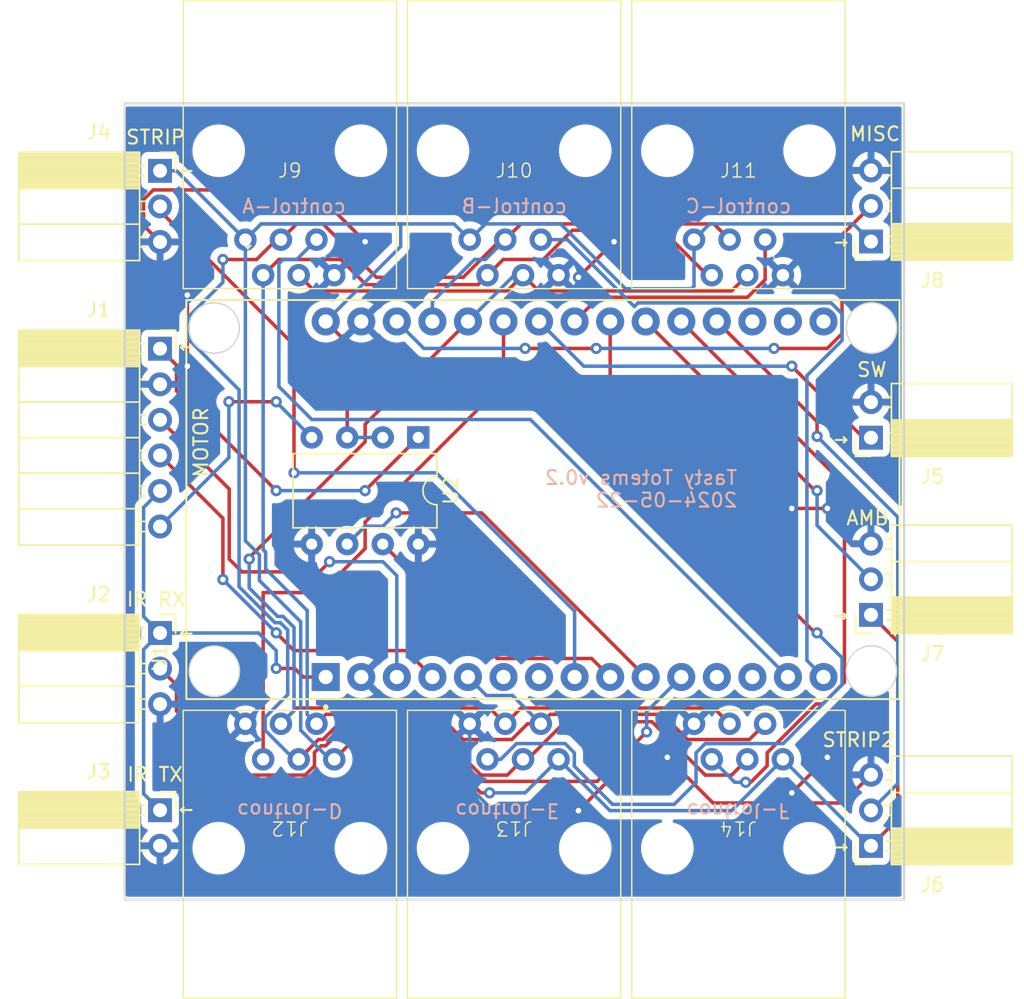
<source format=kicad_pcb>
(kicad_pcb (version 20240108) (generator "pcbnew") (generator_version "8.0")
  (title_block (title "Tasty Totem PCB") (date "2023-07-08") (rev "0.1"))
  (layers (0 "F.Cu" signal) (31 "B.Cu" signal) (34 "B.Paste" user) (35 "F.Paste" user) (36 "B.SilkS" user "B.Silkscreen") (37 "F.SilkS" user "F.Silkscreen") (38 "B.Mask" user) (39 "F.Mask" user) (44 "Edge.Cuts" user))
  (net 0 "")
  (net 1 "/control-di")
  (net 6 "/control-do")
  (net 7 "/enable-A")
  (net 8 "/control-sck")
  (net 9 "/enable-B")
  (net 10 "/enable-C")
  (net 11 "/enable-D")
  (net 15 "+3.3V")
  (net 16 "GND")
  (net 17 "/LED Strobe")
  (net 18 "/MOTOR PWM 2")
  (net 19 "/MOTOR PWM 1")
  (net 20 "/IR Signal")
  (net 21 "/A PHASE OF C2 ENCODER")
  (net 22 "/B PHASE OF C1 ENCODER")
  (net 23 "+5V")
  (net 24 "/MOTOR POWER INPUT M1 ")
  (net 25 "/MOTOR POWER INPUT M2")
  (net 26 "/enable-E")
  (net 27 "/enable-F")
  (net 28 "/ACTIVATION SWITCH")
  (net 29 "/AUX Strip")
  (net 30 "/LIGHT SENSOR")
  (net 31 "/SIGA")
  (footprint "Connector_PinSocket_2.54mm:PinSocket_1x02_P2.54mm_Horizontal" (layer "F.Cu") (at 145.37 106.65)
    (property "Reference" "J3" (at -4.38 -2.77 0) (layer "F.SilkS"))
    (property "Value" "IR Send Header")
    (pad "1" thru_hole rect (at 0 0) (size 1.7 1.7) (drill 1) (layers "*.Cu" "*.Mask") (net 15 "+3.3V"))
    (pad "2" thru_hole oval (at 0 2.54) (size 1.7 1.7) (drill 1) (layers "*.Cu" "*.Mask") (net 16 "GND"))
  )
  (footprint "Garth:RJ11-RA" (layer "F.Cu") (at 186.69 103.015488 180)
    (property "Reference" "J14" (at 0 -4.934512 180) (layer "F.SilkS") (effects (font (thickness 0.1))))
    (property "Value" "control-F" (at 0 -3.664512 180) (layer "B.SilkS") (effects (justify mirror)))
    (pad "" np_thru_hole circle (at -5.08 -6.35 180) (size 3.25 3.25) (drill 3.25) (layers "F&B.Cu" "*.Mask"))
    (pad "" np_thru_hole circle (at 5.08 -6.35 180) (size 3.25 3.25) (drill 3.25) (layers "F&B.Cu" "*.Mask"))
    (pad "1" thru_hole circle (at -3.175 0 180) (size 1.6 1.6) (drill 0.89) (layers "*.Cu" "*.Mask") (net 23 "+5V"))
    (pad "2" thru_hole circle (at -1.905 2.54 180) (size 1.6 1.6) (drill 0.89) (layers "*.Cu" "*.Mask") (net 1 "/control-di"))
    (pad "3" thru_hole circle (at -0.635 0 180) (size 1.6 1.6) (drill 0.89) (layers "*.Cu" "*.Mask") (net 6 "/control-do"))
    (pad "4" thru_hole circle (at 0.635 2.54 180) (size 1.6 1.6) (drill 0.89) (layers "*.Cu" "*.Mask") (net 8 "/control-sck"))
    (pad "5" thru_hole circle (at 1.905 0 180) (size 1.6 1.6) (drill 0.89) (layers "*.Cu" "*.Mask") (net 27 "/enable-F"))
    (pad "6" thru_hole circle (at 3.175 2.54 180) (size 1.6 1.6) (drill 0.89) (layers "*.Cu" "*.Mask") (net 16 "GND"))
  )
  (footprint "Garth:RJ11-RA" (layer "F.Cu") (at 186.69 65.890763)
    (property "Reference" "J11" (at 0 -4.930763 0) (layer "F.SilkS") (effects (font (thickness 0.1))))
    (property "Value" "control-C" (at 0 -2.390763 0) (layer "B.SilkS") (effects (justify mirror)))
    (pad "" np_thru_hole circle (at -5.08 -6.35) (size 3.25 3.25) (drill 3.25) (layers "F&B.Cu" "*.Mask"))
    (pad "" np_thru_hole circle (at 5.08 -6.35) (size 3.25 3.25) (drill 3.25) (layers "F&B.Cu" "*.Mask"))
    (pad "1" thru_hole circle (at -3.175 0) (size 1.6 1.6) (drill 0.89) (layers "*.Cu" "*.Mask") (net 23 "+5V"))
    (pad "2" thru_hole circle (at -1.905 2.54) (size 1.6 1.6) (drill 0.89) (layers "*.Cu" "*.Mask") (net 1 "/control-di"))
    (pad "3" thru_hole circle (at -0.635 0) (size 1.6 1.6) (drill 0.89) (layers "*.Cu" "*.Mask") (net 6 "/control-do"))
    (pad "4" thru_hole circle (at 0.635 2.54) (size 1.6 1.6) (drill 0.89) (layers "*.Cu" "*.Mask") (net 8 "/control-sck"))
    (pad "5" thru_hole circle (at 1.905 0) (size 1.6 1.6) (drill 0.89) (layers "*.Cu" "*.Mask") (net 10 "/enable-C"))
    (pad "6" thru_hole circle (at 3.175 2.54) (size 1.6 1.6) (drill 0.89) (layers "*.Cu" "*.Mask") (net 16 "GND"))
  )
  (footprint "Connector_PinSocket_2.54mm:PinSocket_1x03_P2.54mm_Horizontal" (layer "F.Cu") (at 196.157622 109.2 180)
    (property "Reference" "J6" (at -4.38 -2.77 0) (layer "F.SilkS"))
    (property "Value" "AUX LED Strip")
    (pad "1" thru_hole rect (at 0 0 180) (size 1.7 1.7) (drill 1) (layers "*.Cu" "*.Mask") (net 23 "+5V"))
    (pad "2" thru_hole oval (at 0 2.54 180) (size 1.7 1.7) (drill 1) (layers "*.Cu" "*.Mask") (net 29 "/AUX Strip"))
    (pad "3" thru_hole oval (at 0 5.08 180) (size 1.7 1.7) (drill 1) (layers "*.Cu" "*.Mask") (net 16 "GND"))
  )
  (footprint "Garth:RJ11-RA" (layer "F.Cu") (at 154.64 103.015488 180)
    (property "Reference" "J12" (at 0 -4.934512 180) (layer "F.SilkS") (effects (font (thickness 0.1))))
    (property "Value" "control-D" (at 0 -3.664512 180) (layer "B.SilkS") (effects (justify mirror)))
    (pad "" np_thru_hole circle (at -5.08 -6.35 180) (size 3.25 3.25) (drill 3.25) (layers "F&B.Cu" "*.Mask"))
    (pad "" np_thru_hole circle (at 5.08 -6.35 180) (size 3.25 3.25) (drill 3.25) (layers "F&B.Cu" "*.Mask"))
    (pad "1" thru_hole circle (at -3.175 0 180) (size 1.6 1.6) (drill 0.89) (layers "*.Cu" "*.Mask") (net 23 "+5V"))
    (pad "2" thru_hole circle (at -1.905 2.54 180) (size 1.6 1.6) (drill 0.89) (layers "*.Cu" "*.Mask") (net 1 "/control-di"))
    (pad "3" thru_hole circle (at -0.635 0 180) (size 1.6 1.6) (drill 0.89) (layers "*.Cu" "*.Mask") (net 6 "/control-do"))
    (pad "4" thru_hole circle (at 0.635 2.54 180) (size 1.6 1.6) (drill 0.89) (layers "*.Cu" "*.Mask") (net 8 "/control-sck"))
    (pad "5" thru_hole circle (at 1.905 0 180) (size 1.6 1.6) (drill 0.89) (layers "*.Cu" "*.Mask") (net 11 "/enable-D"))
    (pad "6" thru_hole circle (at 3.175 2.54 180) (size 1.6 1.6) (drill 0.89) (layers "*.Cu" "*.Mask") (net 16 "GND"))
  )
  (footprint "Connector_PinSocket_2.54mm:PinSocket_1x03_P2.54mm_Horizontal" (layer "F.Cu") (at 196.157622 92.695 180)
    (property "Reference" "J7" (at -4.38 -2.77 0) (layer "F.SilkS"))
    (property "Value" "Light Sensor")
    (pad "1" thru_hole rect (at 0 0 180) (size 1.7 1.7) (drill 1) (layers "*.Cu" "*.Mask") (net 23 "+5V"))
    (pad "2" thru_hole oval (at 0 2.54 180) (size 1.7 1.7) (drill 1) (layers "*.Cu" "*.Mask") (net 30 "/LIGHT SENSOR"))
    (pad "3" thru_hole oval (at 0 5.08 180) (size 1.7 1.7) (drill 1) (layers "*.Cu" "*.Mask") (net 16 "GND"))
  )
  (footprint "ESP32-DEVKIT-V1:MODULE_ESP32_DEVKIT_V1" (layer "F.Cu") (at 172.72 84.435 90)
    (property "Reference" "U1" (at -11.355 -27.36 -90) (layer "F.SilkS"))
    (property "Value" "ESP32-DEVKIT-V1")
    (pad "" np_thru_hole circle (at -12.28 -23.475 90) (size 3 3) (drill 3) (layers "*.Cu" "*.Mask"))
    (pad "" np_thru_hole circle (at -12.28 23.475 90) (size 3 3) (drill 3) (layers "*.Cu" "*.Mask"))
    (pad "" np_thru_hole circle (at 12.23 -23.475 90) (size 3 3) (drill 3) (layers "*.Cu" "*.Mask"))
    (pad "" np_thru_hole circle (at 12.23 23.475 90) (size 3 3) (drill 3) (layers "*.Cu" "*.Mask"))
    (pad "1" thru_hole rect (at -12.7 -15.515 90) (size 2 2) (drill 1.02) (layers "*.Cu" "*.Mask") (net 15 "+3.3V"))
    (pad "2" thru_hole circle (at -12.7 -12.975 90) (size 2 2) (drill 1.02) (layers "*.Cu" "*.Mask") (net 16 "GND"))
    (pad "3" thru_hole circle (at -12.7 -10.435 90) (size 2 2) (drill 1.02) (layers "*.Cu" "*.Mask") (net 22 "/B PHASE OF C1 ENCODER"))
    (pad "4" thru_hole circle (at -12.7 -7.895 90) (size 2 2) (drill 1.02) (layers "*.Cu" "*.Mask") (net 21 "/A PHASE OF C2 ENCODER"))
    (pad "5" thru_hole circle (at -12.7 -5.355 90) (size 2 2) (drill 1.02) (layers "*.Cu" "*.Mask") (net 1 "/control-di"))
    (pad "6" thru_hole circle (at -12.7 -2.815 90) (size 2 2) (drill 1.02) (layers "*.Cu" "*.Mask"))
    (pad "7" thru_hole circle (at -12.7 -0.275 90) (size 2 2) (drill 1.02) (layers "*.Cu" "*.Mask"))
    (pad "8" thru_hole circle (at -12.7 2.265 90) (size 2 2) (drill 1.02) (layers "*.Cu" "*.Mask") (net 17 "/LED Strobe"))
    (pad "9" thru_hole circle (at -12.7 4.805 90) (size 2 2) (drill 1.02) (layers "*.Cu" "*.Mask") (net 18 "/MOTOR PWM 2"))
    (pad "10" thru_hole circle (at -12.7 7.345 90) (size 2 2) (drill 1.02) (layers "*.Cu" "*.Mask") (net 19 "/MOTOR PWM 1"))
    (pad "11" thru_hole circle (at -12.7 9.885 90) (size 2 2) (drill 1.02) (layers "*.Cu" "*.Mask") (net 20 "/IR Signal"))
    (pad "12" thru_hole circle (at -12.7 12.425 90) (size 2 2) (drill 1.02) (layers "*.Cu" "*.Mask"))
    (pad "13" thru_hole circle (at -12.7 14.965 90) (size 2 2) (drill 1.02) (layers "*.Cu" "*.Mask"))
    (pad "14" thru_hole circle (at -12.7 17.505 90) (size 2 2) (drill 1.02) (layers "*.Cu" "*.Mask") (net 7 "/enable-A"))
    (pad "15" thru_hole circle (at -12.7 20.045 90) (size 2 2) (drill 1.02) (layers "*.Cu" "*.Mask") (net 9 "/enable-B"))
    (pad "16" thru_hole circle (at 12.7 20.045 90) (size 2 2) (drill 1.02) (layers "*.Cu" "*.Mask"))
    (pad "17" thru_hole circle (at 12.7 17.505 90) (size 2 2) (drill 1.02) (layers "*.Cu" "*.Mask"))
    (pad "18" thru_hole circle (at 12.7 14.965 90) (size 2 2) (drill 1.02) (layers "*.Cu" "*.Mask"))
    (pad "19" thru_hole circle (at 12.7 12.425 90) (size 2 2) (drill 1.02) (layers "*.Cu" "*.Mask") (net 29 "/AUX Strip"))
    (pad "20" thru_hole circle (at 12.7 9.885 90) (size 2 2) (drill 1.02) (layers "*.Cu" "*.Mask") (net 27 "/enable-F"))
    (pad "21" thru_hole circle (at 12.7 7.345 90) (size 2 2) (drill 1.02) (layers "*.Cu" "*.Mask") (net 30 "/LIGHT SENSOR"))
    (pad "22" thru_hole circle (at 12.7 4.805 90) (size 2 2) (drill 1.02) (layers "*.Cu" "*.Mask") (net 26 "/enable-E"))
    (pad "23" thru_hole circle (at 12.7 2.265 90) (size 2 2) (drill 1.02) (layers "*.Cu" "*.Mask") (net 10 "/enable-C"))
    (pad "24" thru_hole circle (at 12.7 -0.275 90) (size 2 2) (drill 1.02) (layers "*.Cu" "*.Mask") (net 28 "/ACTIVATION SWITCH"))
    (pad "25" thru_hole circle (at 12.7 -2.815 90) (size 2 2) (drill 1.02) (layers "*.Cu" "*.Mask") (net 11 "/enable-D"))
    (pad "26" thru_hole circle (at 12.7 -5.355 90) (size 2 2) (drill 1.02) (layers "*.Cu" "*.Mask") (net 8 "/control-sck"))
    (pad "27" thru_hole circle (at 12.7 -7.895 90) (size 2 2) (drill 1.02) (layers "*.Cu" "*.Mask") (net 6 "/control-do"))
    (pad "28" thru_hole circle (at 12.7 -10.435 90) (size 2 2) (drill 1.02) (layers "*.Cu" "*.Mask") (net 31 "/SIGA"))
    (pad "29" thru_hole circle (at 12.7 -12.975 90) (size 2 2) (drill 1.02) (layers "*.Cu" "*.Mask") (net 16 "GND"))
    (pad "30" thru_hole circle (at 12.7 -15.515 90) (size 2 2) (drill 1.02) (layers "*.Cu" "*.Mask") (net 23 "+5V"))
  )
  (footprint "Connector_PinSocket_2.54mm:PinSocket_1x03_P2.54mm_Horizontal" (layer "F.Cu") (at 145.37 93.991666)
    (property "Reference" "J2" (at -4.38 -2.77 0) (layer "F.SilkS"))
    (property "Value" "IR Receive Header")
    (pad "1" thru_hole rect (at 0 0) (size 1.7 1.7) (drill 1) (layers "*.Cu" "*.Mask") (net 15 "+3.3V"))
    (pad "2" thru_hole oval (at 0 2.54) (size 1.7 1.7) (drill 1) (layers "*.Cu" "*.Mask") (net 20 "/IR Signal"))
    (pad "3" thru_hole oval (at 0 5.08) (size 1.7 1.7) (drill 1) (layers "*.Cu" "*.Mask") (net 16 "GND"))
  )
  (footprint "Garth:RJ11-RA" (layer "F.Cu") (at 154.64 65.890763)
    (property "Reference" "J9" (at 0 -4.930763 0) (layer "F.SilkS") (effects (font (thickness 0.1))))
    (property "Value" "control-A" (at 0.3 -2.390763 0) (layer "B.SilkS") (effects (justify mirror)))
    (pad "" np_thru_hole circle (at -5.08 -6.35) (size 3.25 3.25) (drill 3.25) (layers "F&B.Cu" "*.Mask"))
    (pad "" np_thru_hole circle (at 5.08 -6.35) (size 3.25 3.25) (drill 3.25) (layers "F&B.Cu" "*.Mask"))
    (pad "1" thru_hole circle (at -3.175 0) (size 1.6 1.6) (drill 0.89) (layers "*.Cu" "*.Mask") (net 23 "+5V"))
    (pad "2" thru_hole circle (at -1.905 2.54) (size 1.6 1.6) (drill 0.89) (layers "*.Cu" "*.Mask") (net 1 "/control-di"))
    (pad "3" thru_hole circle (at -0.635 0) (size 1.6 1.6) (drill 0.89) (layers "*.Cu" "*.Mask") (net 6 "/control-do"))
    (pad "4" thru_hole circle (at 0.635 2.54) (size 1.6 1.6) (drill 0.89) (layers "*.Cu" "*.Mask") (net 8 "/control-sck"))
    (pad "5" thru_hole circle (at 1.905 0) (size 1.6 1.6) (drill 0.89) (layers "*.Cu" "*.Mask") (net 7 "/enable-A"))
    (pad "6" thru_hole circle (at 3.175 2.54) (size 1.6 1.6) (drill 0.89) (layers "*.Cu" "*.Mask") (net 16 "GND"))
  )
  (footprint "Garth:RJ11-RA" (layer "F.Cu") (at 170.665 65.890763)
    (property "Reference" "J10" (at 0 -4.930763 0) (layer "F.SilkS") (effects (font (thickness 0.1))))
    (property "Value" "control-B" (at 0 -2.390763 0) (layer "B.SilkS") (effects (justify mirror)))
    (pad "" np_thru_hole circle (at -5.08 -6.35) (size 3.25 3.25) (drill 3.25) (layers "F&B.Cu" "*.Mask"))
    (pad "" np_thru_hole circle (at 5.08 -6.35) (size 3.25 3.25) (drill 3.25) (layers "F&B.Cu" "*.Mask"))
    (pad "1" thru_hole circle (at -3.175 0) (size 1.6 1.6) (drill 0.89) (layers "*.Cu" "*.Mask") (net 23 "+5V"))
    (pad "2" thru_hole circle (at -1.905 2.54) (size 1.6 1.6) (drill 0.89) (layers "*.Cu" "*.Mask") (net 1 "/control-di"))
    (pad "3" thru_hole circle (at -0.635 0) (size 1.6 1.6) (drill 0.89) (layers "*.Cu" "*.Mask") (net 6 "/control-do"))
    (pad "4" thru_hole circle (at 0.635 2.54) (size 1.6 1.6) (drill 0.89) (layers "*.Cu" "*.Mask") (net 8 "/control-sck"))
    (pad "5" thru_hole circle (at 1.905 0) (size 1.6 1.6) (drill 0.89) (layers "*.Cu" "*.Mask") (net 9 "/enable-B"))
    (pad "6" thru_hole circle (at 3.175 2.54) (size 1.6 1.6) (drill 0.89) (layers "*.Cu" "*.Mask") (net 16 "GND"))
  )
  (footprint "Garth:RJ11-RA" (layer "F.Cu") (at 170.665 103.015488 180)
    (property "Reference" "J13" (at 0 -4.934512 180) (layer "F.SilkS") (effects (font (thickness 0.1))))
    (property "Value" "control-E" (at 0.485 -3.664512 180) (layer "B.SilkS") (effects (justify mirror)))
    (pad "" np_thru_hole circle (at -5.08 -6.35 180) (size 3.25 3.25) (drill 3.25) (layers "F&B.Cu" "*.Mask"))
    (pad "" np_thru_hole circle (at 5.08 -6.35 180) (size 3.25 3.25) (drill 3.25) (layers "F&B.Cu" "*.Mask"))
    (pad "1" thru_hole circle (at -3.175 0 180) (size 1.6 1.6) (drill 0.89) (layers "*.Cu" "*.Mask") (net 23 "+5V"))
    (pad "2" thru_hole circle (at -1.905 2.54 180) (size 1.6 1.6) (drill 0.89) (layers "*.Cu" "*.Mask") (net 1 "/control-di"))
    (pad "3" thru_hole circle (at -0.635 0 180) (size 1.6 1.6) (drill 0.89) (layers "*.Cu" "*.Mask") (net 6 "/control-do"))
    (pad "4" thru_hole circle (at 0.635 2.54 180) (size 1.6 1.6) (drill 0.89) (layers "*.Cu" "*.Mask") (net 8 "/control-sck"))
    (pad "5" thru_hole circle (at 1.905 0 180) (size 1.6 1.6) (drill 0.89) (layers "*.Cu" "*.Mask") (net 26 "/enable-E"))
    (pad "6" thru_hole circle (at 3.175 2.54 180) (size 1.6 1.6) (drill 0.89) (layers "*.Cu" "*.Mask") (net 16 "GND"))
  )
  (footprint "Connector_PinSocket_2.54mm:PinSocket_1x03_P2.54mm_Horizontal" (layer "F.Cu") (at 196.157622 66.025 180)
    (property "Reference" "J8" (at -4.38 -2.77 0) (layer "F.SilkS"))
    (property "Value" "Multi-use A")
    (pad "1" thru_hole rect (at 0 0 180) (size 1.7 1.7) (drill 1) (layers "*.Cu" "*.Mask") (net 23 "+5V"))
    (pad "2" thru_hole oval (at 0 2.54 180) (size 1.7 1.7) (drill 1) (layers "*.Cu" "*.Mask") (net 31 "/SIGA"))
    (pad "3" thru_hole oval (at 0 5.08 180) (size 1.7 1.7) (drill 1) (layers "*.Cu" "*.Mask") (net 16 "GND"))
  )
  (footprint "Connector_PinSocket_2.54mm:PinSocket_1x06_P2.54mm_Horizontal" (layer "F.Cu") (at 145.37 73.683333)
    (property "Reference" "J1" (at -4.38 -2.77 0) (layer "F.SilkS"))
    (property "Value" "Motor Header")
    (pad "1" thru_hole rect (at 0 0) (size 1.7 1.7) (drill 1) (layers "*.Cu" "*.Mask") (net 24 "/MOTOR POWER INPUT M1 "))
    (pad "2" thru_hole oval (at 0 2.54) (size 1.7 1.7) (drill 1) (layers "*.Cu" "*.Mask") (net 16 "GND"))
    (pad "3" thru_hole oval (at 0 5.08) (size 1.7 1.7) (drill 1) (layers "*.Cu" "*.Mask") (net 22 "/B PHASE OF C1 ENCODER"))
    (pad "4" thru_hole oval (at 0 7.62) (size 1.7 1.7) (drill 1) (layers "*.Cu" "*.Mask") (net 21 "/A PHASE OF C2 ENCODER"))
    (pad "5" thru_hole oval (at 0 10.16) (size 1.7 1.7) (drill 1) (layers "*.Cu" "*.Mask") (net 15 "+3.3V"))
    (pad "6" thru_hole oval (at 0 12.7) (size 1.7 1.7) (drill 1) (layers "*.Cu" "*.Mask") (net 25 "/MOTOR POWER INPUT M2"))
  )
  (footprint "Package_DIP:DIP-8_W7.62mm" (layer "F.Cu") (at 163.82 80.02 -90)
    (property "Reference" "U2" (at 3.81 -2.33 90) (layer "F.SilkS"))
    (property "Value" "L9110")
    (pad "1" thru_hole rect (at 0 0 270) (size 1.6 1.6) (drill 0.8) (layers "*.Cu" "*.Mask") (net 24 "/MOTOR POWER INPUT M1 "))
    (pad "2" thru_hole oval (at 0 2.54 270) (size 1.6 1.6) (drill 0.8) (layers "*.Cu" "*.Mask") (net 23 "+5V"))
    (pad "3" thru_hole oval (at 0 5.08 270) (size 1.6 1.6) (drill 0.8) (layers "*.Cu" "*.Mask") (net 23 "+5V"))
    (pad "4" thru_hole oval (at 0 7.62 270) (size 1.6 1.6) (drill 0.8) (layers "*.Cu" "*.Mask") (net 25 "/MOTOR POWER INPUT M2"))
    (pad "5" thru_hole oval (at 7.62 7.62 270) (size 1.6 1.6) (drill 0.8) (layers "*.Cu" "*.Mask") (net 16 "GND"))
    (pad "6" thru_hole oval (at 7.62 5.08 270) (size 1.6 1.6) (drill 0.8) (layers "*.Cu" "*.Mask") (net 19 "/MOTOR PWM 1"))
    (pad "7" thru_hole oval (at 7.62 2.54 270) (size 1.6 1.6) (drill 0.8) (layers "*.Cu" "*.Mask") (net 18 "/MOTOR PWM 2"))
    (pad "8" thru_hole oval (at 7.62 0 270) (size 1.6 1.6) (drill 0.8) (layers "*.Cu" "*.Mask") (net 16 "GND"))
  )
  (footprint "Connector_PinSocket_2.54mm:PinSocket_1x03_P2.54mm_Horizontal" (layer "F.Cu") (at 145.37 60.975)
    (property "Reference" "J4" (at -4.38 -2.77 0) (layer "F.SilkS"))
    (property "Value" "LED Strip Header")
    (pad "1" thru_hole rect (at 0 0) (size 1.7 1.7) (drill 1) (layers "*.Cu" "*.Mask") (net 23 "+5V"))
    (pad "2" thru_hole oval (at 0 2.54) (size 1.7 1.7) (drill 1) (layers "*.Cu" "*.Mask") (net 17 "/LED Strobe"))
    (pad "3" thru_hole oval (at 0 5.08) (size 1.7 1.7) (drill 1) (layers "*.Cu" "*.Mask") (net 16 "GND"))
  )
  (footprint "Connector_PinSocket_2.54mm:PinSocket_1x02_P2.54mm_Horizontal" (layer "F.Cu") (at 196.157622 80.04 180)
    (property "Reference" "J5" (at -4.38 -2.77 0) (layer "F.SilkS"))
    (property "Value" "Activation Switch")
    (pad "1" thru_hole rect (at 0 0 180) (size 1.7 1.7) (drill 1) (layers "*.Cu" "*.Mask") (net 28 "/ACTIVATION SWITCH"))
    (pad "2" thru_hole oval (at 0 2.54 180) (size 1.7 1.7) (drill 1) (layers "*.Cu" "*.Mask") (net 16 "GND"))
  )
  (gr_circle (center 196.18893 96.708412) (end 197.98893 96.708412) (stroke (width 0.1)) (fill none) (layer "Edge.Cuts"))
  (gr_circle (center 149.235138 72.204432) (end 151.035138 72.204432) (stroke (width 0.1)) (fill none) (layer "Edge.Cuts"))
  (gr_circle (center 149.249567 96.717479) (end 151.049567 96.717479) (stroke (width 0.1)) (fill none) (layer "Edge.Cuts"))
  (gr_circle (center 196.196142 72.199528) (end 197.996142 72.199528) (stroke (width 0.1)) (fill none) (layer "Edge.Cuts"))
  (gr_rect (start 142.838531 56.148705) (end 198.523559 113.03) (stroke (width 0.15)) (fill none) (layer "Edge.Cuts"))
  (gr_text "Tasty Totems v0.2\n2024-05-22" (at 186.69 85.09 0) (layer "B.SilkS") (effects (font (size 1 1)) (justify left bottom mirror)))
  (gr_text "SW" (at 195.072617 75.765881 0) (layer "F.SilkS") (effects (font (size 1 1)) (justify left bottom)))
  (gr_text "→" (at 151.13 65.405 -90) (layer "F.SilkS") (effects (font (size 1 1)) (justify left bottom)))
  (gr_text "→" (at 193.305035 109.820359 0) (layer "F.SilkS") (effects (font (size 1 1)) (justify left bottom)))
  (gr_text "STRIP2" (at 192.593605 102.208668 0) (layer "F.SilkS") (effects (font (size 1 1)) (justify left bottom)))
  (gr_text "→" (at 193.305035 93.300327 0) (layer "F.SilkS") (effects (font (size 1 1)) (justify left bottom)))
  (gr_text "→" (at 193.305035 80.711644 0) (layer "F.SilkS") (effects (font (size 1 1)) (justify left bottom)))
  (gr_text "IR RX" (at 142.895331 92.174575 0) (layer "F.SilkS") (effects (font (size 1 1)) (justify left bottom)))
  (gr_text "→" (at 147.958557 73.065018 180) (layer "F.SilkS") (effects (font (size 1 1)) (justify left bottom)))
  (gr_text "→" (at 147.958557 106.124294 180) (layer "F.SilkS") (effects (font (size 1 1)) (justify left bottom)))
  (gr_text "MISC" (at 194.561075 58.924344 0) (layer "F.SilkS") (effects (font (size 1 1)) (justify left bottom)))
  (gr_text "STRIP" (at 142.855982 59.16044 0) (layer "F.SilkS") (effects (font (size 1 1)) (justify left bottom)))
  (gr_text "→" (at 193.305035 66.617338 0) (layer "F.SilkS") (effects (font (size 1 1)) (justify left bottom)))
  (gr_text "AMB" (at 194.31 86.36 0) (layer "F.SilkS") (effects (font (size 1 1)) (justify left bottom)))
  (gr_text "IR TX" (at 142.93468 104.68768 0) (layer "F.SilkS") (effects (font (size 1 1)) (justify left bottom)))
  (gr_text "MOTOR" (at 148.876438 82.966818 90) (layer "F.SilkS") (effects (font (size 1 1)) (justify left bottom)))
  (gr_text "→" (at 147.958557 93.525047 180) (layer "F.SilkS") (effects (font (size 1 1)) (justify left bottom)))
  (gr_text "→" (at 147.958557 60.468937 180) (layer "F.SilkS") (effects (font (size 1 1)) (justify left bottom)))
  (segment (start 157.22 99.800488) (end 165.224009 99.800488) (width 0.25) (layer "F.Cu") (net 1))
  (segment (start 158.280991 67.305763) (end 160.080991 69.105763) (width 0.25) (layer "F.Cu") (net 1))
  (segment (start 170.495991 101.600488) (end 171.620991 100.475488) (width 0.25) (layer "F.Cu") (net 1))
  (segment (start 165.224009 99.800488) (end 167.024009 101.600488) (width 0.25) (layer "F.Cu") (net 1))
  (segment (start 173.245 99.800488) (end 181.249009 99.800488) (width 0.25) (layer "F.Cu") (net 1))
  (segment (start 168.76 68.430763) (end 169.885 67.305763) (width 0.25) (layer "F.Cu") (net 1))
  (segment (start 172.57 100.475488) (end 173.245 99.800488) (width 0.25) (layer "F.Cu") (net 1))
  (segment (start 171.765991 67.305763) (end 171.770228 67.31) (width 0.25) (layer "F.Cu") (net 1))
  (segment (start 160.080991 69.105763) (end 168.085 69.105763) (width 0.25) (layer "F.Cu") (net 1))
  (segment (start 181.249009 65.215763) (end 184.464009 68.430763) (width 0.25) (layer "F.Cu") (net 1))
  (segment (start 187.47 101.600488) (end 188.595 100.475488) (width 0.25) (layer "F.Cu") (net 1))
  (segment (start 174.835991 65.215763) (end 181.249009 65.215763) (width 0.25) (layer "F.Cu") (net 1))
  (segment (start 172.741754 67.31) (end 174.835991 65.215763) (width 0.25) (layer "F.Cu") (net 1))
  (segment (start 183.049009 101.600488) (end 187.47 101.600488) (width 0.25) (layer "F.Cu") (net 1))
  (segment (start 167.024009 101.600488) (end 170.495991 101.600488) (width 0.25) (layer "F.Cu") (net 1))
  (segment (start 168.085 69.105763) (end 168.76 68.430763) (width 0.25) (layer "F.Cu") (net 1))
  (segment (start 156.545 100.475488) (end 157.22 99.800488) (width 0.25) (layer "F.Cu") (net 1))
  (segment (start 171.620991 100.475488) (end 172.57 100.475488) (width 0.25) (layer "F.Cu") (net 1))
  (segment (start 169.885 67.305763) (end 171.765991 67.305763) (width 0.25) (layer "F.Cu") (net 1))
  (segment (start 153.86 67.305763) (end 158.280991 67.305763) (width 0.25) (layer "F.Cu") (net 1))
  (segment (start 171.770228 67.31) (end 172.741754 67.31) (width 0.25) (layer "F.Cu") (net 1))
  (segment (start 184.464009 68.430763) (end 184.785 68.430763) (width 0.25) (layer "F.Cu") (net 1))
  (segment (start 152.735 68.430763) (end 153.86 67.305763) (width 0.25) (layer "F.Cu") (net 1))
  (segment (start 181.249009 99.800488) (end 183.049009 101.600488) (width 0.25) (layer "F.Cu") (net 1))
  (segment (start 155.88 99.810488) (end 155.88 92.38) (width 0.25) (layer "B.Cu") (net 1))
  (segment (start 152.915 89.415) (end 152.915 88.217448) (width 0.25) (layer "B.Cu") (net 1))
  (segment (start 152.915 88.217448) (end 152.735 88.037448) (width 0.25) (layer "B.Cu") (net 1))
  (segment (start 170.554512 98.46) (end 168.69 98.46) (width 0.25) (layer "B.Cu") (net 1))
  (segment (start 168.69 98.46) (end 167.365 97.135) (width 0.25) (layer "B.Cu") (net 1))
  (segment (start 152.735 88.037448) (end 152.735 68.430763) (width 0.25) (layer "B.Cu") (net 1))
  (segment (start 156.545 100.475488) (end 155.88 99.810488) (width 0.25) (layer "B.Cu") (net 1))
  (segment (start 172.57 100.475488) (end 170.554512 98.46) (width 0.25) (layer "B.Cu") (net 1))
  (segment (start 155.88 92.38) (end 152.915 89.415) (width 0.25) (layer "B.Cu") (net 1))
  (segment (start 180.508521 100.33) (end 184.319009 104.140488) (width 0.25) (layer "F.Cu") (net 6))
  (segment (start 153.684009 65.890763) (end 154.005 65.890763) (width 0.25) (layer "F.Cu") (net 6))
  (segment (start 170.175 104.140488) (end 171.3 103.015488) (width 0.25) (layer "F.Cu") (net 6))
  (segment (start 157.010991 101.600488) (end 158.281479 100.33) (width 0.25) (layer "F.Cu") (net 6))
  (segment (start 149.86 67.31) (end 152.264772 67.31) (width 0.25) (layer "F.Cu") (net 6))
  (segment (start 167.019772 68.58) (end 169.709009 65.890763) (width 0.25) (layer "F.Cu") (net 6))
  (segment (start 171.155 64.765763) (end 184.93 64.765763) (width 0.25) (layer "F.Cu") (net 6))
  (segment (start 160.825228 68.58) (end 167.019772 68.58) (width 0.25) (layer "F.Cu") (net 6))
  (segment (start 184.319009 104.140488) (end 186.2 104.140488) (width 0.25) (layer "F.Cu") (net 6))
  (segment (start 154.005 65.890763) (end 155.125763 64.77) (width 0.25) (layer "F.Cu") (net 6))
  (segment (start 156.21 64.77) (end 156.214237 64.765763) (width 0.25) (layer "F.Cu") (net 6))
  (segment (start 164.483521 100.33) (end 168.294009 104.140488) (width 0.25) (layer "F.Cu") (net 6))
  (segment (start 157.010991 64.765763) (end 160.825228 68.58) (width 0.25) (layer "F.Cu") (net 6))
  (segment (start 156.69 101.600488) (end 157.010991 101.600488) (width 0.25) (layer "F.Cu") (net 6))
  (segment (start 154.954009 103.015488) (end 155.275 103.015488) (width 0.25) (layer "F.Cu") (net 6))
  (segment (start 174.306479 100.33) (end 180.508521 100.33) (width 0.25) (layer "F.Cu") (net 6))
  (segment (start 169.709009 65.890763) (end 170.03 65.890763) (width 0.25) (layer "F.Cu") (net 6))
  (segment (start 184.93 64.765763) (end 186.055 65.890763) (width 0.25) (layer "F.Cu") (net 6))
  (segment (start 168.294009 104.140488) (end 170.175 104.140488) (width 0.25) (layer "F.Cu") (net 6))
  (segment (start 155.125763 64.77) (end 156.21 64.77) (width 0.25) (layer "F.Cu") (net 6))
  (segment (start 170.03 65.890763) (end 171.155 64.765763) (width 0.25) (layer "F.Cu") (net 6))
  (segment (start 158.281479 100.33) (end 164.483521 100.33) (width 0.25) (layer "F.Cu") (net 6))
  (segment (start 171.620991 103.015488) (end 174.306479 100.33) (width 0.25) (layer "F.Cu") (net 6))
  (segment (start 171.3 103.015488) (end 171.620991 103.015488) (width 0.25) (layer "F.Cu") (net 6))
  (segment (start 155.275 103.015488) (end 156.69 101.600488) (width 0.25) (layer "F.Cu") (net 6))
  (segment (start 186.2 104.140488) (end 187.325 103.015488) (width 0.25) (layer "F.Cu") (net 6))
  (segment (start 152.264772 67.31) (end 153.684009 65.890763) (width 0.25) (layer "F.Cu") (net 6))
  (segment (start 156.214237 64.765763) (end 157.010991 64.765763) (width 0.25) (layer "F.Cu") (net 6))
  (via (at 149.86 67.31) (size 0.8) (drill 0.4) (layers "F.Cu" "B.Cu") (net 6))
  (segment (start 153.970305 93.255) (end 154.49 93.774695) (width 0.25) (layer "B.Cu") (net 6))
  (segment (start 149.86 68.93835) (end 147.37 71.42835) (width 0.25) (layer "B.Cu") (net 6))
  (segment (start 167.840024 67.305763) (end 164.825 70.320787) (width 0.25) (layer "B.Cu") (net 6))
  (segment (start 168.615 67.305763) (end 167.840024 67.305763) (width 0.25) (layer "B.Cu") (net 6))
  (segment (start 170.03 65.890763) (end 168.615 67.305763) (width 0.25) (layer "B.Cu") (net 6))
  (segment (start 147.37 72.98165) (end 151.015 76.62665) (width 0.25) (layer "B.Cu") (net 6))
  (segment (start 151.015 76.62665) (end 151.015 90.688604) (width 0.25) (layer "B.Cu") (net 6))
  (segment (start 147.37 71.42835) (end 147.37 72.98165) (width 0.25) (layer "B.Cu") (net 6))
  (segment (start 151.015 90.688604) (end 153.581396 93.255) (width 0.25) (layer "B.Cu") (net 6))
  (segment (start 153.581396 93.255) (end 153.970305 93.255) (width 0.25) (layer "B.Cu") (net 6))
  (segment (start 154.954009 103.015488) (end 155.275 103.015488) (width 0.25) (layer "B.Cu") (net 6))
  (segment (start 152.88 100.009497) (end 152.88 100.941479) (width 0.25) (layer "B.Cu") (net 6))
  (segment (start 154.49 98.399497) (end 152.88 100.009497) (width 0.25) (layer "B.Cu") (net 6))
  (segment (start 154.49 93.774695) (end 154.49 98.399497) (width 0.25) (layer "B.Cu") (net 6))
  (segment (start 149.86 67.31) (end 149.86 68.93835) (width 0.25) (layer "B.Cu") (net 6))
  (segment (start 164.825 70.320787) (end 164.825 71.735) (width 0.25) (layer "B.Cu") (net 6))
  (segment (start 152.88 100.941479) (end 154.954009 103.015488) (width 0.25) (layer "B.Cu") (net 6))
  (segment (start 156.21 78.74) (end 171.83 78.74) (width 0.25) (layer "B.Cu") (net 7))
  (segment (start 171.83 78.74) (end 190.225 97.135) (width 0.25) (layer "B.Cu") (net 7))
  (segment (start 153.86 76.39) (end 156.21 78.74) (width 0.25) (layer "B.Cu") (net 7))
  (segment (start 154.154237 67.305763) (end 153.86 67.6) (width 0.25) (layer "B.Cu") (net 7))
  (segment (start 153.86 67.6) (end 153.86 76.39) (width 0.25) (layer "B.Cu") (net 7))
  (segment (start 156.545 65.890763) (end 155.130001 67.305763) (width 0.25) (layer "B.Cu") (net 7))
  (segment (start 155.130001 67.305763) (end 154.154237 67.305763) (width 0.25) (layer "B.Cu") (net 7))
  (segment (start 160.02 80.330991) (end 160.02 79.08) (width 0.25) (layer "F.Cu") (net 8))
  (segment (start 171.3 68.430763) (end 170.175 69.555763) (width 0.25) (layer "F.Cu") (net 8))
  (segment (start 151.74 88.610991) (end 160.02 80.330991) (width 0.25) (layer "F.Cu") (net 8))
  (segment (start 186.2 69.555763) (end 187.325 68.430763) (width 0.25) (layer "F.Cu") (net 8))
  (segment (start 171.155 99.350488) (end 184.93 99.350488) (width 0.25) (layer "F.Cu") (net 8))
  (segment (start 154.005 100.475488) (end 155.13 99.350488) (width 0.25) (layer "F.Cu") (net 8))
  (segment (start 156.4 69.555763) (end 155.275 68.430763) (width 0.25) (layer "F.Cu") (net 8))
  (segment (start 168.905 99.350488) (end 170.03 100.475488) (width 0.25) (layer "F.Cu") (net 8))
  (segment (start 170.175 69.555763) (end 156.4 69.555763) (width 0.25) (layer "F.Cu") (net 8))
  (segment (start 170.03 100.475488) (end 171.155 99.350488) (width 0.25) (layer "F.Cu") (net 8))
  (segment (start 155.13 99.350488) (end 168.905 99.350488) (width 0.25) (layer "F.Cu") (net 8))
  (segment (start 172.425 69.555763) (end 171.3 68.430763) (width 0.25) (layer "F.Cu") (net 8))
  (segment (start 184.93 99.350488) (end 186.055 100.475488) (width 0.25) (layer "F.Cu") (net 8))
  (segment (start 186.2 69.555763) (end 172.425 69.555763) (width 0.25) (layer "F.Cu") (net 8))
  (segment (start 160.02 79.08) (end 167.365 71.735) (width 0.25) (layer "F.Cu") (net 8))
  (segment (start 151.74 88.704149) (end 151.74 88.610991) (width 0.25) (layer "F.Cu") (net 8))
  (via (at 151.74 88.704149) (size 0.8) (drill 0.4) (layers "F.Cu" "B.Cu") (net 8))
  (segment (start 154.94 99.540488) (end 154.005 100.475488) (width 0.25) (layer "B.Cu") (net 8))
  (segment (start 170.669237 68.430763) (end 171.3 68.430763) (width 0.25) (layer "B.Cu") (net 8))
  (segment (start 167.365 71.735) (end 170.669237 68.430763) (width 0.25) (layer "B.Cu") (net 8))
  (segment (start 153.767792 92.805) (end 154.156701 92.805) (width 0.25) (layer "B.Cu") (net 8))
  (segment (start 154.94 93.588299) (end 154.94 99.540488) (width 0.25) (layer "B.Cu") (net 8))
  (segment (start 151.74 90.777208) (end 153.767792 92.805) (width 0.25) (layer "B.Cu") (net 8))
  (segment (start 154.156701 92.805) (end 154.94 93.588299) (width 0.25) (layer "B.Cu") (net 8))
  (segment (start 151.74 88.704149) (end 151.74 90.777208) (width 0.25) (layer "B.Cu") (net 8))
  (segment (start 193.313833 70.41) (end 194.09 71.186167) (width 0.25) (layer "B.Cu") (net 9))
  (segment (start 194.09 73.093222) (end 191.58 75.603222) (width 0.25) (layer "B.Cu") (net 9))
  (segment (start 172.57 65.890763) (end 174.474366 65.890763) (width 0.25) (layer "B.Cu") (net 9))
  (segment (start 179.254885 70.671282) (end 179.516167 70.41) (width 0.25) (layer "B.Cu") (net 9))
  (segment (start 179.516167 70.41) (end 193.313833 70.41) (width 0.25) (layer "B.Cu") (net 9))
  (segment (start 191.58 75.603222) (end 191.58 95.95) (width 0.25) (layer "B.Cu") (net 9))
  (segment (start 191.58 95.95) (end 192.765 97.135) (width 0.25) (layer "B.Cu") (net 9))
  (segment (start 174.474366 65.890763) (end 179.254885 70.671282) (width 0.25) (layer "B.Cu") (net 9))
  (segment (start 194.09 71.186167) (end 194.09 73.093222) (width 0.25) (layer "B.Cu") (net 9))
  (segment (start 176.714237 70.005763) (end 174.985 71.735) (width 0.25) (layer "F.Cu") (net 10))
  (segment (start 188.595 65.890763) (end 188.595 68.751754) (width 0.25) (layer "F.Cu") (net 10))
  (segment (start 187.340991 70.005763) (end 176.714237 70.005763) (width 0.25) (layer "F.Cu") (net 10))
  (segment (start 188.595 68.751754) (end 187.340991 70.005763) (width 0.25) (layer "F.Cu") (net 10))
  (segment (start 169.905 76.185) (end 169.905 71.735) (width 0.25) (layer "F.Cu") (net 11))
  (segment (start 152.735 103.015488) (end 152.735 91.105) (width 0.25) (layer "F.Cu") (net 11))
  (segment (start 152.735 91.105) (end 156.875305 91.105) (width 0.25) (layer "F.Cu") (net 11))
  (segment (start 160.02 87.960305) (end 160.02 86.07) (width 0.25) (layer "F.Cu") (net 11))
  (segment (start 160.02 86.07) (end 169.905 76.185) (width 0.25) (layer "F.Cu") (net 11))
  (segment (start 156.875305 91.105) (end 160.02 87.960305) (width 0.25) (layer "F.Cu") (net 11))
  (segment (start 153.67 96.52) (end 154.98 96.52) (width 0.25) (layer "F.Cu") (net 15))
  (segment (start 154.98 96.52) (end 155.595 97.135) (width 0.25) (layer "F.Cu") (net 15))
  (segment (start 155.595 97.135) (end 157.205 97.135) (width 0.25) (layer "F.Cu") (net 15))
  (via (at 153.67 96.52) (size 0.8) (drill 0.4) (layers "F.Cu" "B.Cu") (net 15))
  (segment (start 144.195 105.475) (end 144.195 95.166666) (width 0.25) (layer "B.Cu") (net 15))
  (segment (start 144.195 85.018333) (end 145.37 83.843333) (width 0.25) (layer "B.Cu") (net 15))
  (segment (start 152.411666 93.991666) (end 145.37 93.991666) (width 0.25) (layer "B.Cu") (net 15))
  (segment (start 145.37 93.991666) (end 144.195 92.816666) (width 0.25) (layer "B.Cu") (net 15))
  (segment (start 145.37 106.65) (end 144.195 105.475) (width 0.25) (layer "B.Cu") (net 15))
  (segment (start 144.195 95.166666) (end 145.37 93.991666) (width 0.25) (layer "B.Cu") (net 15))
  (segment (start 144.195 92.816666) (end 144.195 85.018333) (width 0.25) (layer "B.Cu") (net 15))
  (segment (start 153.67 96.52) (end 153.67 95.25) (width 0.25) (layer "B.Cu") (net 15))
  (segment (start 153.67 95.25) (end 152.411666 93.991666) (width 0.25) (layer "B.Cu") (net 15))
  (segment (start 177.8 66.04) (end 175.26 68.58) (width 0.25) (layer "F.Cu") (net 16))
  (segment (start 184.875 106.135) (end 181.61 102.87) (width 0.25) (layer "F.Cu") (net 16))
  (segment (start 144.883299 62.34) (end 144.195 63.028299) (width 0.25) (layer "F.Cu") (net 16))
  (segment (start 160.02 66.04) (end 156.32 62.34) (width 0.25) (layer "F.Cu") (net 16))
  (segment (start 144.195 63.028299) (end 144.195 64.88) (width 0.25) (layer "F.Cu") (net 16))
  (segment (start 196.157622 104.12) (end 194.142622 106.135) (width 0.25) (layer "F.Cu") (net 16))
  (segment (start 156.32 62.34) (end 144.883299 62.34) (width 0.25) (layer "F.Cu") (net 16))
  (segment (start 175.26 106.68) (end 179.07 102.87) (width 0.25) (layer "F.Cu") (net 16))
  (segment (start 194.142622 106.135) (end 184.875 106.135) (width 0.25) (layer "F.Cu") (net 16))
  (segment (start 144.195 64.88) (end 145.37 66.055) (width 0.25) (layer "F.Cu") (net 16))
  (segment (start 190.5 105.41) (end 193.04 102.87) (width 0.25) (layer "F.Cu") (net 16))
  (segment (start 193.04 85.09) (end 190.5 85.09) (width 0.25) (layer "F.Cu") (net 16))
  (segment (start 147.32 74.93) (end 147.32 69.85) (width 0.25) (layer "F.Cu") (net 16))
  (segment (start 179.07 102.87) (end 181.61 102.87) (width 0.25) (layer "F.Cu") (net 16))
  (via (at 175.26 106.68) (size 0.8) (drill 0.4) (layers "F.Cu" "B.Cu") (net 16))
  (via (at 175.26 68.58) (size 0.8) (drill 0.4) (layers "F.Cu" "B.Cu") (net 16))
  (via (at 190.5 85.09) (size 0.8) (drill 0.4) (layers "F.Cu" "B.Cu") (net 16))
  (via (at 190.5 105.41) (size 0.8) (drill 0.4) (layers "F.Cu" "B.Cu") (net 16))
  (via (at 193.04 102.87) (size 0.8) (drill 0.4) (layers "F.Cu" "B.Cu") (net 16))
  (via (at 160.02 66.04) (size 0.8) (drill 0.4) (layers "F.Cu" "B.Cu") (net 16))
  (via (at 177.8 66.04) (size 0.8) (drill 0.4) (layers "F.Cu" "B.Cu") (net 16))
  (via (at 147.32 69.85) (size 0.8) (drill 0.4) (layers "F.Cu" "B.Cu") (net 16))
  (via (at 181.61 102.87) (size 0.8) (drill 0.4) (layers "F.Cu" "B.Cu") (net 16))
  (via (at 193.04 85.09) (size 0.8) (drill 0.4) (layers "F.Cu" "B.Cu") (net 16))
  (via (at 147.32 74.93) (size 0.8) (drill 0.4) (layers "F.Cu" "B.Cu") (net 16))
  (segment (start 181.61 102.87) (end 181.61 102.380488) (width 0.25) (layer "B.Cu") (net 16))
  (segment (start 181.61 102.380488) (end 183.515 100.475488) (width 0.25) (layer "B.Cu") (net 16))
  (segment (start 157.815 68.430763) (end 160.02 66.225763) (width 0.25) (layer "B.Cu") (net 16))
  (segment (start 167.49 105.015305) (end 169.154695 106.68) (width 0.25) (layer "B.Cu") (net 16))
  (segment (start 167.49 100.475488) (end 167.49 105.015305) (width 0.25) (layer "B.Cu") (net 16))
  (segment (start 169.154695 106.68) (end 175.26 106.68) (width 0.25) (layer "B.Cu") (net 16))
  (segment (start 160.02 66.225763) (end 160.02 66.04) (width 0.25) (layer "B.Cu") (net 16))
  (segment (start 154.94 73.415305) (end 145.37 63.845305) (width 0.25) (layer "F.Cu") (net 17))
  (segment (start 154.94 82.55) (end 154.94 73.415305) (width 0.25) (layer "F.Cu") (net 17))
  (segment (start 145.37 63.845305) (end 145.37 63.515) (width 0.25) (layer "F.Cu") (net 17))
  (via (at 154.94 82.55) (size 0.8) (drill 0.4) (layers "F.Cu" "B.Cu") (net 17))
  (segment (start 174.985 92.435) (end 174.985 97.135) (width 0.25) (layer "B.Cu") (net 17))
  (segment (start 154.94 82.55) (end 165.1 82.55) (width 0.25) (layer "B.Cu") (net 17))
  (segment (start 165.1 82.55) (end 174.985 92.435) (width 0.25) (layer "B.Cu") (net 17))
  (segment (start 176.2 95.81) (end 169.45 95.81) (width 0.25) (layer "F.Cu") (net 18))
  (segment (start 169.45 95.81) (end 161.28 87.64) (width 0.25) (layer "F.Cu") (net 18))
  (segment (start 177.525 97.135) (end 176.2 95.81) (width 0.25) (layer "F.Cu") (net 18))
  (segment (start 168.342653 85.412653) (end 162.237347 85.412653) (width 0.25) (layer "F.Cu") (net 19))
  (segment (start 180.065 97.135) (end 168.342653 85.412653) (width 0.25) (layer "F.Cu") (net 19))
  (via (at 162.237347 85.412653) (size 0.8) (drill 0.4) (layers "F.Cu" "B.Cu") (net 19))
  (segment (start 161.29 86.36) (end 160.02 86.36) (width 0.25) (layer "B.Cu") (net 19))
  (segment (start 162.237347 85.412653) (end 161.29 86.36) (width 0.25) (layer "B.Cu") (net 19))
  (segment (start 160.02 86.36) (end 158.74 87.64) (width 0.25) (layer "B.Cu") (net 19))
  (segment (start 157.197387 102.050488) (end 158.467875 100.78) (width 0.25) (layer "F.Cu") (net 20))
  (segment (start 146.545 99.555) (end 151.130488 104.140488) (width 0.25) (layer "F.Cu") (net 20))
  (segment (start 168.107613 104.590488) (end 176.594424 104.590488) (width 0.25) (layer "F.Cu") (net 20))
  (segment (start 155.740991 104.140488) (end 156.4 103.481479) (width 0.25) (layer "F.Cu") (net 20))
  (segment (start 145.37 96.531666) (end 146.545 97.706666) (width 0.25) (layer "F.Cu") (net 20))
  (segment (start 176.594424 104.590488) (end 180.129912 101.055) (width 0.25) (layer "F.Cu") (net 20))
  (segment (start 151.130488 104.140488) (end 155.740991 104.140488) (width 0.25) (layer "F.Cu") (net 20))
  (segment (start 156.4 103.481479) (end 156.4 102.526884) (width 0.25) (layer "F.Cu") (net 20))
  (segment (start 158.467875 100.78) (end 164.297125 100.78) (width 0.25) (layer "F.Cu") (net 20))
  (segment (start 156.4 102.526884) (end 156.876396 102.050488) (width 0.25) (layer "F.Cu") (net 20))
  (segment (start 146.545 97.706666) (end 146.545 99.555) (width 0.25) (layer "F.Cu") (net 20))
  (segment (start 156.876396 102.050488) (end 157.197387 102.050488) (width 0.25) (layer "F.Cu") (net 20))
  (segment (start 164.297125 100.78) (end 168.107613 104.590488) (width 0.25) (layer "F.Cu") (net 20))
  (via (at 180.129912 101.055) (size 0.8) (drill 0.4) (layers "F.Cu" "B.Cu") (net 20))
  (segment (start 180.129912 101.055) (end 180.129912 99.610088) (width 0.25) (layer "B.Cu") (net 20))
  (segment (start 180.129912 99.610088) (end 182.605 97.135) (width 0.25) (layer "B.Cu") (net 20))
  (segment (start 149.86 85.793333) (end 145.37 81.303333) (width 0.25) (layer "F.Cu") (net 21))
  (segment (start 162.94 95.25) (end 164.825 97.135) (width 0.25) (layer "F.Cu") (net 21))
  (segment (start 154.94 95.25) (end 162.94 95.25) (width 0.25) (layer "F.Cu") (net 21))
  (segment (start 153.67 93.98) (end 154.94 95.25) (width 0.25) (layer "F.Cu") (net 21))
  (segment (start 149.86 90.17) (end 149.86 85.793333) (width 0.25) (layer "F.Cu") (net 21))
  (via (at 153.67 93.98) (size 0.8) (drill 0.4) (layers "F.Cu" "B.Cu") (net 21))
  (via (at 149.86 90.17) (size 0.8) (drill 0.4) (layers "F.Cu" "B.Cu") (net 21))
  (segment (start 153.67 93.98) (end 149.86 90.17) (width 0.25) (layer "B.Cu") (net 21))
  (segment (start 150.31 83.703333) (end 145.37 78.763333) (width 0.25) (layer "F.Cu") (net 22))
  (segment (start 151.221396 89.625) (end 150.31 88.713604) (width 0.25) (layer "F.Cu") (net 22))
  (segment (start 157.48 88.9) (end 156.755 89.625) (width 0.25) (layer "F.Cu") (net 22))
  (segment (start 156.755 89.625) (end 151.221396 89.625) (width 0.25) (layer "F.Cu") (net 22))
  (segment (start 150.31 88.713604) (end 150.31 83.703333) (width 0.25) (layer "F.Cu") (net 22))
  (via (at 157.48 88.9) (size 0.8) (drill 0.4) (layers "F.Cu" "B.Cu") (net 22))
  (segment (start 162.285 89.895) (end 162.285 97.135) (width 0.25) (layer "B.Cu") (net 22))
  (segment (start 161.29 88.9) (end 162.285 89.895) (width 0.25) (layer "B.Cu") (net 22))
  (segment (start 157.48 88.9) (end 161.29 88.9) (width 0.25) (layer "B.Cu") (net 22))
  (segment (start 159.230488 101.6) (end 157.815 103.015488) (width 0.25) (layer "F.Cu") (net 23))
  (segment (start 158.74 80.02) (end 158.74 73.27) (width 0.25) (layer "F.Cu") (net 23))
  (segment (start 198.07 94.607378) (end 198.07 107.287622) (width 0.25) (layer "F.Cu") (net 23))
  (segment (start 164.480729 101.6) (end 159.230488 101.6) (width 0.25) (layer "F.Cu") (net 23))
  (segment (start 168.290729 105.41) (end 164.480729 101.6) (width 0.25) (layer "F.Cu") (net 23))
  (segment (start 158.74 73.27) (end 157.205 71.735) (width 0.25) (layer "F.Cu") (net 23))
  (segment (start 196.157622 92.695) (end 198.07 94.607378) (width 0.25) (layer "F.Cu") (net 23))
  (segment (start 198.07 107.287622) (end 196.157622 109.2) (width 0.25) (layer "F.Cu") (net 23))
  (segment (start 168.91 105.41) (end 168.290729 105.41) (width 0.25) (layer "F.Cu") (net 23))
  (via (at 168.91 105.41) (size 0.8) (drill 0.4) (layers "F.Cu" "B.Cu") (net 23))
  (segment (start 162.56 66.38) (end 157.205 71.735) (width 0.25) (layer "B.Cu") (net 23))
  (segment (start 151.465 65.890763) (end 152.59 64.765763) (width 0.25) (layer "B.Cu") (net 23))
  (segment (start 167.49 65.890763) (end 166.365 64.765763) (width 0.25) (layer "B.Cu") (net 23))
  (segment (start 189.060991 64.765763) (end 184.64 64.765763) (width 0.25) (layer "B.Cu") (net 23))
  (segment (start 186.200488 106.68) (end 189.865 103.015488) (width 0.25) (layer "B.Cu") (net 23))
  (segment (start 167.49 65.890763) (end 168.615 64.765763) (width 0.25) (layer "B.Cu") (net 23))
  (segment (start 146.549237 60.975) (end 151.465 65.890763) (width 0.25) (layer "B.Cu") (net 23))
  (segment (start 189.065228 64.77) (end 189.060991 64.765763) (width 0.25) (layer "B.Cu") (net 23))
  (segment (start 196.157622 66.025) (end 194.902622 64.77) (width 0.25) (layer "B.Cu") (net 23))
  (segment (start 162.56 64.765763) (end 162.56 66.38) (width 0.25) (layer "B.Cu") (net 23))
  (segment (start 157.494009 103.015488) (end 155.42 100.941479) (width 0.25) (layer "B.Cu") (net 23))
  (segment (start 178.619999 69.4) (end 183.33 69.4) (width 0.25) (layer "B.Cu") (net 23))
  (segment (start 152.465 88.403844) (end 151.465 87.403844) (width 0.25) (layer "B.Cu") (net 23))
  (segment (start 166.365 64.765763) (end 152.59 64.765763) (width 0.25) (layer "B.Cu") (net 23))
  (segment (start 155.42 93.19) (end 152.465 90.235) (width 0.25) (layer "B.Cu") (net 23))
  (segment (start 183.33 69.4) (end 183.515 69.215) (width 0.25) (layer "B.Cu") (net 23))
  (segment (start 184.64 64.765763) (end 183.515 65.890763) (width 0.25) (layer "B.Cu") (net 23))
  (segment (start 152.59 64.765763) (end 162.56 64.765763) (width 0.25) (layer "B.Cu") (net 23))
  (segment (start 194.902622 64.77) (end 189.065228 64.77) (width 0.25) (layer "B.Cu") (net 23))
  (segment (start 173.985763 64.765763) (end 178.619999 69.4) (width 0.25) (layer "B.Cu") (net 23))
  (segment (start 155.42 100.941479) (end 155.42 93.19) (width 0.25) (layer "B.Cu") (net 23))
  (segment (start 168.615 64.765763) (end 173.985763 64.765763) (width 0.25) (layer "B.Cu") (net 23))
  (segment (start 152.465 90.235) (end 152.465 88.403844) (width 0.25) (layer "B.Cu") (net 23))
  (segment (start 157.815 103.015488) (end 157.494009 103.015488) (width 0.25) (layer "B.Cu") (net 23))
  (segment (start 172.715 104.140488) (end 173.84 103.015488) (width 0.25) (layer "B.Cu") (net 23))
  (segment (start 183.515 69.215) (end 183.515 65.890763) (width 0.25) (layer "B.Cu") (net 23))
  (segment (start 173.84 103.015488) (end 177.504512 106.68) (width 0.25) (layer "B.Cu") (net 23))
  (segment (start 196.049512 109.2) (end 189.865 103.015488) (width 0.25) (layer "B.Cu") (net 23))
  (segment (start 151.465 87.403844) (end 151.465 65.890763) (width 0.25) (layer "B.Cu") (net 23))
  (segment (start 158.74 80.02) (end 161.28 80.02) (width 0.25) (layer "B.Cu") (net 23))
  (segment (start 196.157622 109.2) (end 196.049512 109.2) (width 0.25) (layer "B.Cu") (net 23))
  (segment (start 172.715 104.140488) (end 171.445488 105.41) (width 0.25) (layer "B.Cu") (net 23))
  (segment (start 171.445488 105.41) (end 168.91 105.41) (width 0.25) (layer "B.Cu") (net 23))
  (segment (start 145.37 60.975) (end 146.549237 60.975) (width 0.25) (layer "B.Cu") (net 23))
  (segment (start 177.504512 106.68) (end 186.200488 106.68) (width 0.25) (layer "B.Cu") (net 23))
  (segment (start 145.37 73.683333) (end 146.545 74.858333) (width 0.25) (layer "F.Cu") (net 24))
  (segment (start 146.545 76.695) (end 153.67 83.82) (width 0.25) (layer "F.Cu") (net 24))
  (segment (start 146.545 74.858333) (end 146.545 76.695) (width 0.25) (layer "F.Cu") (net 24))
  (segment (start 160.02 83.82) (end 163.82 80.02) (width 0.25) (layer "F.Cu") (net 24))
  (via (at 160.02 83.82) (size 0.8) (drill 0.4) (layers "F.Cu" "B.Cu") (net 24))
  (via (at 153.67 83.82) (size 0.8) (drill 0.4) (layers "F.Cu" "B.Cu") (net 24))
  (segment (start 153.67 83.82) (end 160.02 83.82) (width 0.25) (layer "B.Cu") (net 24))
  (segment (start 150.29 77.47) (end 153.67 77.47) (width 0.25) (layer "F.Cu") (net 25))
  (via (at 150.29 77.47) (size 0.8) (drill 0.4) (layers "F.Cu" "B.Cu") (net 25))
  (via (at 153.67 77.47) (size 0.8) (drill 0.4) (layers "F.Cu" "B.Cu") (net 25))
  (segment (start 150.29 81.463333) (end 150.29 77.47) (width 0.25) (layer "B.Cu") (net 25))
  (segment (start 153.67 77.49) (end 156.2 80.02) (width 0.25) (layer "B.Cu") (net 25))
  (segment (start 145.37 86.383333) (end 150.29 81.463333) (width 0.25) (layer "B.Cu") (net 25))
  (segment (start 153.67 77.47) (end 153.67 77.49) (width 0.25) (layer "B.Cu") (net 25))
  (segment (start 192.163222 93.98) (end 177.525 79.341778) (width 0.25) (layer "F.Cu") (net 26))
  (segment (start 177.525 79.341778) (end 177.525 71.735) (width 0.25) (layer "F.Cu") (net 26))
  (segment (start 192.305 93.98) (end 192.163222 93.98) (width 0.25) (layer "F.Cu") (net 26))
  (via (at 192.305 93.98) (size 0.8) (drill 0.4) (layers "F.Cu" "B.Cu") (net 26))
  (segment (start 174.965 103.481479) (end 174.953693 103.492786) (width 0.25) (layer "B.Cu") (net 26))
  (segment (start 174.965 102.549497) (end 174.965 103.481479) (width 0.25) (layer "B.Cu") (net 26))
  (segment (start 168.76 103.015488) (end 169.709009 103.015488) (width 0.25) (layer "B.Cu") (net 26))
  (segment (start 183.66 102.549497) (end 184.319009 101.890488) (width 0.25) (layer "B.Cu") (net 26))
  (segment (start 177.690908 106.23) (end 182.105305 106.23) (width 0.25) (layer "B.Cu") (net 26))
  (segment (start 194.09 97.683833) (end 194.09 95.765) (width 0.25) (layer "B.Cu") (net 26))
  (segment (start 169.709009 103.015488) (end 170.834009 101.890488) (width 0.25) (layer "B.Cu") (net 26))
  (segment (start 174.305991 101.890488) (end 174.965 102.549497) (width 0.25) (layer "B.Cu") (net 26))
  (segment (start 189.883345 101.890488) (end 194.09 97.683833) (width 0.25) (layer "B.Cu") (net 26))
  (segment (start 182.105305 106.23) (end 183.66 104.675305) (width 0.25) (layer "B.Cu") (net 26))
  (segment (start 183.66 104.675305) (end 183.66 102.549497) (width 0.25) (layer "B.Cu") (net 26))
  (segment (start 184.319009 101.890488) (end 189.883345 101.890488) (width 0.25) (layer "B.Cu") (net 26))
  (segment (start 194.09 95.765) (end 192.305 93.98) (width 0.25) (layer "B.Cu") (net 26))
  (segment (start 170.834009 101.890488) (end 174.305991 101.890488) (width 0.25) (layer "B.Cu") (net 26))
  (segment (start 174.953693 103.492786) (end 177.690908 106.23) (width 0.25) (layer "B.Cu") (net 26))
  (segment (start 187.202591 104.652591) (end 187.568888 104.652591) (width 0.25) (layer "F.Cu") (net 27))
  (segment (start 194.261447 97.512386) (end 194.261447 83.391447) (width 0.25) (layer "F.Cu") (net 27))
  (segment (start 194.261447 83.391447) (end 182.605 71.735) (width 0.25) (layer "F.Cu") (net 27))
  (segment (start 187.568888 104.652591) (end 188.74 103.481479) (width 0.25) (layer "F.Cu") (net 27))
  (segment (start 188.74 102.549497) (end 192.229497 99.06) (width 0.25) (layer "F.Cu") (net 27))
  (segment (start 192.229497 99.06) (end 192.713833 99.06) (width 0.25) (layer "F.Cu") (net 27))
  (segment (start 188.74 103.481479) (end 188.74 102.549497) (width 0.25) (layer "F.Cu") (net 27))
  (segment (start 192.713833 99.06) (end 194.261447 97.512386) (width 0.25) (layer "F.Cu") (net 27))
  (via (at 187.202591 104.652591) (size 0.8) (drill 0.4) (layers "F.Cu" "B.Cu") (net 27))
  (segment (start 186.422103 104.652591) (end 184.785 103.015488) (width 0.25) (layer "B.Cu") (net 27))
  (segment (start 187.202591 104.652591) (end 186.422103 104.652591) (width 0.25) (layer "B.Cu") (net 27))
  (segment (start 195.61 80.04) (end 190.5 74.93) (width 0.25) (layer "F.Cu") (net 28))
  (segment (start 196.157622 80.04) (end 195.61 80.04) (width 0.25) (layer "F.Cu") (net 28))
  (via (at 190.5 74.93) (size 0.8) (drill 0.4) (layers "F.Cu" "B.Cu") (net 28))
  (segment (start 175.64 74.93) (end 172.445 71.735) (width 0.25) (layer "B.Cu") (net 28))
  (segment (start 190.5 74.93) (end 175.64 74.93) (width 0.25) (layer "B.Cu") (net 28))
  (segment (start 192.305 78.895) (end 185.145 71.735) (width 0.25) (layer "F.Cu") (net 29))
  (segment (start 192.305 79.942347) (end 192.305 78.895) (width 0.25) (layer "F.Cu") (net 29))
  (via (at 192.305 79.942347) (size 0.8) (drill 0.4) (layers "F.Cu" "B.Cu") (net 29))
  (segment (start 196.157622 106.66) (end 198.07 104.747622) (width 0.25) (layer "B.Cu") (net 29))
  (segment (start 198.07 104.747622) (end 198.07 85.707347) (width 0.25) (layer "B.Cu") (net 29))
  (segment (start 198.07 85.707347) (end 192.305 79.942347) (width 0.25) (layer "B.Cu") (net 29))
  (segment (start 192.305 83.82) (end 192.15 83.82) (width 0.25) (layer "F.Cu") (net 30))
  (segment (start 192.15 83.82) (end 180.065 71.735) (width 0.25) (layer "F.Cu") (net 30))
  (via (at 192.305 83.82) (size 0.8) (drill 0.4) (layers "F.Cu" "B.Cu") (net 30))
  (segment (start 192.305 86.302378) (end 196.157622 90.155) (width 0.25) (layer "B.Cu") (net 30))
  (segment (start 192.305 83.82) (end 192.305 86.302378) (width 0.25) (layer "B.Cu") (net 30))
  (segment (start 193.04 73.66) (end 189.23 73.66) (width 0.25) (layer "F.Cu") (net 31))
  (segment (start 196.157622 63.485) (end 194.09 65.552622) (width 0.25) (layer "F.Cu") (net 31))
  (segment (start 194.09 72.61) (end 193.04 73.66) (width 0.25) (layer "F.Cu") (net 31))
  (segment (start 194.09 65.552622) (end 194.09 72.61) (width 0.25) (layer "F.Cu") (net 31))
  (segment (start 176.53 73.66) (end 171.45 73.66) (width 0.25) (layer "F.Cu") (net 31))
  (via (at 171.45 73.66) (size 0.8) (drill 0.4) (layers "F.Cu" "B.Cu") (net 31))
  (via (at 189.23 73.66) (size 0.8) (drill 0.4) (layers "F.Cu" "B.Cu") (net 31))
  (via (at 176.53 73.66) (size 0.8) (drill 0.4) (layers "F.Cu" "B.Cu") (net 31))
  (segment (start 171.45 73.66) (end 164.21 73.66) (width 0.25) (layer "B.Cu") (net 31))
  (segment (start 164.21 73.66) (end 162.285 71.735) (width 0.25) (layer "B.Cu") (net 31))
  (segment (start 189.23 73.66) (end 176.53 73.66) (width 0.25) (layer "B.Cu") (net 31))
  (zone (net 16) (net_name "GND") (layer "B.Cu") (connect_pads (clearance 0.5)) (min_thickness 0.25) (fill yes (thermal_gap 0.5) (thermal_bridge_width 0.5))
    (polygon (pts (xy 142.912416 56.378278) (xy 198.340435 56.378278) (xy 198.340435 112.827994) (xy 142.912416 112.827994)))
  )
)
</source>
